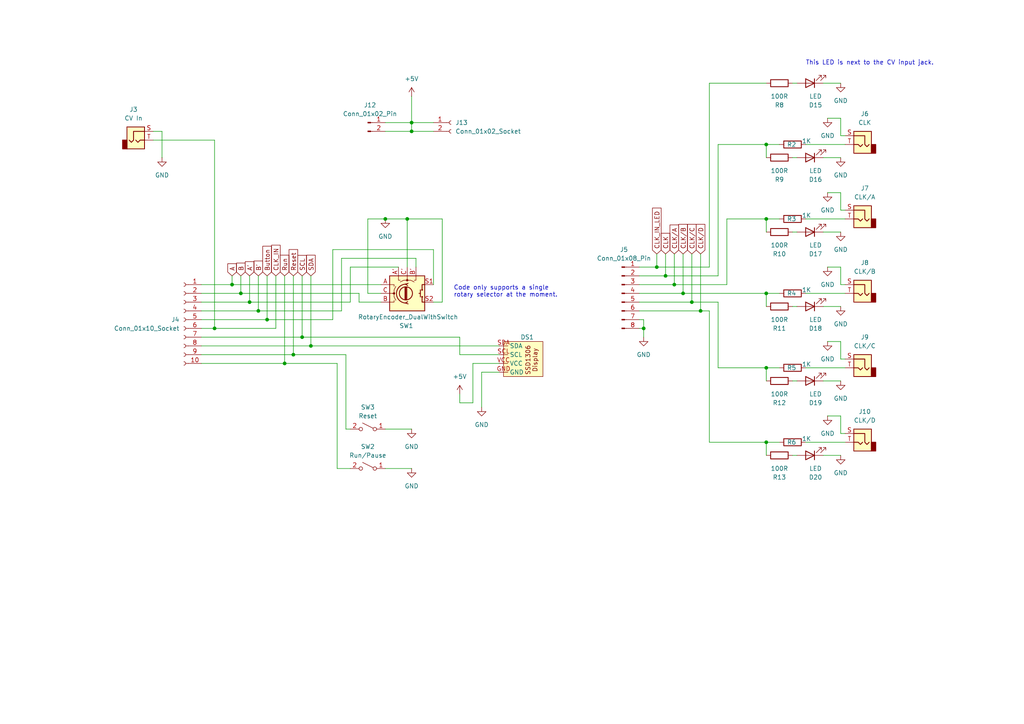
<source format=kicad_sch>
(kicad_sch (version 20250114) (generator "eeschema") (generator_version "9.0")
  (paper "A4")
  (lib_symbols
    (symbol "Connector:Conn_01x02_Pin" (pin_names (offset 1.016) (hide yes))
      (property "Reference" "J" (at 0 2.54 0))
      (property "Value" "Conn_01x02_Pin" (at 0 -5.08 0))
      (symbol "Conn_01x02_Pin_1_1"
        (rectangle (start 0.8636 0.127) (end 0 -0.127) (stroke (width 0.1524)) (fill (type outline)))
        (rectangle (start 0.8636 -2.413) (end 0 -2.667) (stroke (width 0.1524)) (fill (type outline)))
        (polyline (pts (xy 1.27 0) (xy 0.8636 0)) (stroke (width 0.1524)))
        (polyline (pts (xy 1.27 -2.54) (xy 0.8636 -2.54)) (stroke (width 0.1524)))
        (pin passive line (at 5.08 0 180) (length 3.81) (name "Pin_1") (number "1"))
        (pin passive line (at 5.08 -2.54 180) (length 3.81) (name "Pin_2") (number "2"))
      )
    )
    (symbol "Connector:Conn_01x02_Socket" (pin_names (offset 1.016) (hide yes))
      (property "Reference" "J" (at 0 2.54 0))
      (property "Value" "Conn_01x02_Socket" (at 0 -5.08 0))
      (symbol "Conn_01x02_Socket_1_1"
        (polyline (pts (xy -1.27 0) (xy -0.508 0)) (stroke (width 0.1524)))
        (polyline (pts (xy -1.27 -2.54) (xy -0.508 -2.54)) (stroke (width 0.1524)))
        (arc (start 0 -0.508) (mid -0.5058 0) (end 0 0.508) (stroke (width 0.1524)))
        (arc (start 0 -3.048) (mid -0.5058 -2.54) (end 0 -2.032) (stroke (width 0.1524)))
        (pin passive line (at -5.08 0 0) (length 3.81) (name "Pin_1") (number "1"))
        (pin passive line (at -5.08 -2.54 0) (length 3.81) (name "Pin_2") (number "2"))
      )
    )
    (symbol "Connector:Conn_01x08_Pin" (pin_names (offset 1.016) (hide yes))
      (property "Reference" "J" (at 0 10.16 0))
      (property "Value" "Conn_01x08_Pin" (at 0 -12.7 0))
      (symbol "Conn_01x08_Pin_1_1"
        (rectangle (start 0.8636 7.747) (end 0 7.493) (stroke (width 0.1524)) (fill (type outline)))
        (rectangle (start 0.8636 5.207) (end 0 4.953) (stroke (width 0.1524)) (fill (type outline)))
        (rectangle (start 0.8636 2.667) (end 0 2.413) (stroke (width 0.1524)) (fill (type outline)))
        (rectangle (start 0.8636 0.127) (end 0 -0.127) (stroke (width 0.1524)) (fill (type outline)))
        (rectangle (start 0.8636 -2.413) (end 0 -2.667) (stroke (width 0.1524)) (fill (type outline)))
        (rectangle (start 0.8636 -4.953) (end 0 -5.207) (stroke (width 0.1524)) (fill (type outline)))
        (rectangle (start 0.8636 -7.493) (end 0 -7.747) (stroke (width 0.1524)) (fill (type outline)))
        (rectangle (start 0.8636 -10.033) (end 0 -10.287) (stroke (width 0.1524)) (fill (type outline)))
        (polyline (pts (xy 1.27 7.62) (xy 0.8636 7.62)) (stroke (width 0.1524)))
        (polyline (pts (xy 1.27 5.08) (xy 0.8636 5.08)) (stroke (width 0.1524)))
        (polyline (pts (xy 1.27 2.54) (xy 0.8636 2.54)) (stroke (width 0.1524)))
        (polyline (pts (xy 1.27 0) (xy 0.8636 0)) (stroke (width 0.1524)))
        (polyline (pts (xy 1.27 -2.54) (xy 0.8636 -2.54)) (stroke (width 0.1524)))
        (polyline (pts (xy 1.27 -5.08) (xy 0.8636 -5.08)) (stroke (width 0.1524)))
        (polyline (pts (xy 1.27 -7.62) (xy 0.8636 -7.62)) (stroke (width 0.1524)))
        (polyline (pts (xy 1.27 -10.16) (xy 0.8636 -10.16)) (stroke (width 0.1524)))
        (pin passive line (at 5.08 7.62 180) (length 3.81) (name "Pin_1") (number "1"))
        (pin passive line (at 5.08 5.08 180) (length 3.81) (name "Pin_2") (number "2"))
        (pin passive line (at 5.08 2.54 180) (length 3.81) (name "Pin_3") (number "3"))
        (pin passive line (at 5.08 0 180) (length 3.81) (name "Pin_4") (number "4"))
        (pin passive line (at 5.08 -2.54 180) (length 3.81) (name "Pin_5") (number "5"))
        (pin passive line (at 5.08 -5.08 180) (length 3.81) (name "Pin_6") (number "6"))
        (pin passive line (at 5.08 -7.62 180) (length 3.81) (name "Pin_7") (number "7"))
        (pin passive line (at 5.08 -10.16 180) (length 3.81) (name "Pin_8") (number "8"))
      )
    )
    (symbol "Connector:Conn_01x10_Socket" (pin_names (offset 1.016) (hide yes))
      (property "Reference" "J" (at 0 12.7 0))
      (property "Value" "Conn_01x10_Socket" (at 0 -15.24 0))
      (symbol "Conn_01x10_Socket_1_1"
        (polyline (pts (xy -1.27 10.16) (xy -0.508 10.16)) (stroke (width 0.1524)))
        (polyline (pts (xy -1.27 7.62) (xy -0.508 7.62)) (stroke (width 0.1524)))
        (polyline (pts (xy -1.27 5.08) (xy -0.508 5.08)) (stroke (width 0.1524)))
        (polyline (pts (xy -1.27 2.54) (xy -0.508 2.54)) (stroke (width 0.1524)))
        (polyline (pts (xy -1.27 0) (xy -0.508 0)) (stroke (width 0.1524)))
        (polyline (pts (xy -1.27 -2.54) (xy -0.508 -2.54)) (stroke (width 0.1524)))
        (polyline (pts (xy -1.27 -5.08) (xy -0.508 -5.08)) (stroke (width 0.1524)))
        (polyline (pts (xy -1.27 -7.62) (xy -0.508 -7.62)) (stroke (width 0.1524)))
        (polyline (pts (xy -1.27 -10.16) (xy -0.508 -10.16)) (stroke (width 0.1524)))
        (polyline (pts (xy -1.27 -12.7) (xy -0.508 -12.7)) (stroke (width 0.1524)))
        (arc (start 0 9.652) (mid -0.5058 10.16) (end 0 10.668) (stroke (width 0.1524)))
        (arc (start 0 7.112) (mid -0.5058 7.62) (end 0 8.128) (stroke (width 0.1524)))
        (arc (start 0 4.572) (mid -0.5058 5.08) (end 0 5.588) (stroke (width 0.1524)))
        (arc (start 0 2.032) (mid -0.5058 2.54) (end 0 3.048) (stroke (width 0.1524)))
        (arc (start 0 -0.508) (mid -0.5058 0) (end 0 0.508) (stroke (width 0.1524)))
        (arc (start 0 -3.048) (mid -0.5058 -2.54) (end 0 -2.032) (stroke (width 0.1524)))
        (arc (start 0 -5.588) (mid -0.5058 -5.08) (end 0 -4.572) (stroke (width 0.1524)))
        (arc (start 0 -8.128) (mid -0.5058 -7.62) (end 0 -7.112) (stroke (width 0.1524)))
        (arc (start 0 -10.668) (mid -0.5058 -10.16) (end 0 -9.652) (stroke (width 0.1524)))
        (arc (start 0 -13.208) (mid -0.5058 -12.7) (end 0 -12.192) (stroke (width 0.1524)))
        (pin passive line (at -5.08 10.16 0) (length 3.81) (name "Pin_1") (number "1"))
        (pin passive line (at -5.08 7.62 0) (length 3.81) (name "Pin_2") (number "2"))
        (pin passive line (at -5.08 5.08 0) (length 3.81) (name "Pin_3") (number "3"))
        (pin passive line (at -5.08 2.54 0) (length 3.81) (name "Pin_4") (number "4"))
        (pin passive line (at -5.08 0 0) (length 3.81) (name "Pin_5") (number "5"))
        (pin passive line (at -5.08 -2.54 0) (length 3.81) (name "Pin_6") (number "6"))
        (pin passive line (at -5.08 -5.08 0) (length 3.81) (name "Pin_7") (number "7"))
        (pin passive line (at -5.08 -7.62 0) (length 3.81) (name "Pin_8") (number "8"))
        (pin passive line (at -5.08 -10.16 0) (length 3.81) (name "Pin_9") (number "9"))
        (pin passive line (at -5.08 -12.7 0) (length 3.81) (name "Pin_10") (number "10"))
      )
    )
    (symbol "Connector_Audio:AudioJack2"
      (property "Reference" "J" (at 0 8.89 0))
      (property "Value" "AudioJack2" (at 0 6.35 0))
      (symbol "AudioJack2_0_1"
        (rectangle (start -3.81 0) (end -2.54 -2.54) (stroke (width 0.254)) (fill (type outline)))
        (rectangle (start -2.54 3.81) (end 2.54 -2.54) (stroke (width 0.254)) (fill (type background)))
        (polyline (pts (xy 0 0) (xy 0.635 -0.635) (xy 1.27 0) (xy 2.54 0)) (stroke (width 0.254)))
        (polyline (pts (xy 2.54 2.54) (xy -0.635 2.54) (xy -0.635 0) (xy -1.27 -0.635) (xy -1.905 0)) (stroke (width 0.254)))
      )
      (symbol "AudioJack2_1_1"
        (pin passive line (at 5.08 2.54 180) (length 2.54) (name "~") (number "S"))
        (pin passive line (at 5.08 0 180) (length 2.54) (name "~") (number "T"))
      )
    )
    (symbol "Device:LED" (pin_numbers (hide yes)) (pin_names (offset 1.016) (hide yes))
      (property "Reference" "D" (at 0 2.54 0))
      (property "Value" "LED" (at 0 -2.54 0))
      (symbol "LED_0_1"
        (polyline (pts (xy -3.048 -0.762) (xy -4.572 -2.286) (xy -3.81 -2.286) (xy -4.572 -2.286) (xy -4.572 -1.524)))
        (polyline (pts (xy -1.778 -0.762) (xy -3.302 -2.286) (xy -2.54 -2.286) (xy -3.302 -2.286) (xy -3.302 -1.524)))
        (polyline (pts (xy -1.27 0) (xy 1.27 0)))
        (polyline (pts (xy -1.27 -1.27) (xy -1.27 1.27)) (stroke (width 0.254)))
        (polyline (pts (xy 1.27 -1.27) (xy 1.27 1.27) (xy -1.27 0) (xy 1.27 -1.27)) (stroke (width 0.254)))
      )
      (symbol "LED_1_1"
        (pin passive line (at -3.81 0 0) (length 2.54) (name "K") (number "1"))
        (pin passive line (at 3.81 0 180) (length 2.54) (name "A") (number "2"))
      )
    )
    (symbol "Device:R" (pin_numbers (hide yes)) (pin_names (offset 0))
      (property "Reference" "R" (at 2.032 0 90))
      (property "Value" "R" (at 0 0 90))
      (symbol "R_0_1"
        (rectangle (start -1.016 -2.54) (end 1.016 2.54) (stroke (width 0.254)))
      )
      (symbol "R_1_1"
        (pin passive line (at 0 3.81 270) (length 1.27) (name "~") (number "1"))
        (pin passive line (at 0 -3.81 90) (length 1.27) (name "~") (number "2"))
      )
    )
    (symbol "Displays:SSD1306 Module"
      (property "Reference" "DS1" (at -8.128 -2.54 0))
      (symbol "SSD1306 Module_1_1"
        (rectangle (start -12.7 8.89) (end -1.27 -1.27) (fill (type background)))
        (text "SSD1306\nDisplay" (at -9.398 4.064 900) (effects (font (size 1.27 1.27))))
        (pin power_out line (at 0 7.62 180) (length 2.54) (name "GND") (number "GND"))
        (pin power_in line (at 0 5.08 180) (length 2.54) (name "VCC") (number "VCC"))
        (pin bidirectional line (at 0 2.54 180) (length 2.54) (name "SCL") (number "SCL"))
        (pin bidirectional line (at 0 0 180) (length 2.54) (name "SDA") (number "SDA"))
      )
    )
    (symbol "Rotary Encoders:RotaryEncoder_DualWithSwitch" (pin_names (offset 0.254) (hide yes))
      (property "Reference" "SW" (at 0 -6.604 0))
      (property "Value" "RotaryEncoder_DualWithSwitch" (at 0 -8.89 0))
      (symbol "RotaryEncoder_DualWithSwitch_0_1"
        (rectangle (start -5.08 5.08) (end 5.08 -5.08) (stroke (width 0.254)) (fill (type background)))
        (polyline (pts (xy -5.08 2.54) (xy -3.81 2.54) (xy -3.81 2.032)))
        (polyline (pts (xy -5.08 0) (xy -3.81 0) (xy -3.81 -1.016) (xy -3.302 -2.032)))
        (polyline (pts (xy -5.08 -2.54) (xy -3.81 -2.54) (xy -3.81 -2.032)))
        (polyline (pts (xy -4.318 0) (xy -3.81 0) (xy -3.81 1.016) (xy -3.302 2.032)))
        (circle (center -3.81 0) (radius 0.254) (fill (type outline)))
        (polyline (pts (xy -2.54 5.08) (xy -2.54 3.81) (xy -2.032 3.81)))
        (polyline (pts (xy -0.635 -1.778) (xy -0.635 1.778)) (stroke (width 0.254)))
        (circle (center -0.381 0) (radius 1.905) (stroke (width 0.254)))
        (polyline (pts (xy -0.381 -1.778) (xy -0.381 1.778)) (stroke (width 0.254)))
        (arc (start -0.381 -2.794) (mid -3.0988 -0.0635) (end -0.381 2.667) (stroke (width 0.254)))
        (polyline (pts (xy -0.127 1.778) (xy -0.127 -1.778)) (stroke (width 0.254)))
        (polyline (pts (xy 0 5.08) (xy 0 3.81) (xy 1.016 3.81) (xy 2.032 3.302)))
        (polyline (pts (xy 0 4.318) (xy 0 3.81) (xy -1.016 3.81) (xy -2.032 3.302)))
        (circle (center 0 3.81) (radius 0.254) (fill (type outline)))
        (polyline (pts (xy 0.254 2.921) (xy -0.508 2.667) (xy 0.127 2.286)) (stroke (width 0.254)))
        (polyline (pts (xy 0.254 -3.048) (xy -0.508 -2.794) (xy 0.127 -2.413)) (stroke (width 0.254)))
        (polyline (pts (xy 2.54 5.08) (xy 2.54 3.81) (xy 2.032 3.81)))
        (polyline (pts (xy 3.81 1.016) (xy 3.81 -1.016)) (stroke (width 0.254)))
        (polyline (pts (xy 3.81 0) (xy 3.429 0)) (stroke (width 0.254)))
        (circle (center 4.318 1.016) (radius 0.127) (stroke (width 0.254)))
        (circle (center 4.318 -1.016) (radius 0.127) (stroke (width 0.254)))
        (polyline (pts (xy 5.08 2.54) (xy 4.318 2.54) (xy 4.318 1.016)) (stroke (width 0.254)))
        (polyline (pts (xy 5.08 -2.54) (xy 4.318 -2.54) (xy 4.318 -1.016)) (stroke (width 0.254)))
      )
      (symbol "RotaryEncoder_DualWithSwitch_1_1"
        (pin passive line (at -7.62 2.54 0) (length 2.54) (name "A") (number "A"))
        (pin passive line (at -7.62 0 0) (length 2.54) (name "C") (number "C"))
        (pin passive line (at -7.62 -2.54 0) (length 2.54) (name "B") (number "B"))
        (pin passive line (at -2.54 7.62 270) (length 2.54) (name "A'") (number "A'"))
        (pin passive line (at 0 7.62 270) (length 2.54) (name "C'") (number "C'"))
        (pin passive line (at 2.54 7.62 270) (length 2.54) (name "B'") (number "B'"))
        (pin passive line (at 7.62 2.54 180) (length 2.54) (name "S1") (number "S1"))
        (pin passive line (at 7.62 -2.54 180) (length 2.54) (name "S2") (number "S2"))
      )
    )
    (symbol "Switch:SW_SPST" (pin_names (offset 0) (hide yes))
      (property "Reference" "SW" (at 0 3.175 0))
      (property "Value" "SW_SPST" (at 0 -2.54 0))
      (symbol "SW_SPST_0_0"
        (circle (center -2.032 0) (radius 0.508))
        (polyline (pts (xy -1.524 0.254) (xy 1.524 1.778)))
        (circle (center 2.032 0) (radius 0.508))
      )
      (symbol "SW_SPST_1_1"
        (pin passive line (at -5.08 0 0) (length 2.54) (name "A") (number "1"))
        (pin passive line (at 5.08 0 180) (length 2.54) (name "B") (number "2"))
      )
    )
    (symbol "power:+5V" (power) (pin_numbers (hide yes)) (pin_names (offset 0) (hide yes))
      (property "Value" "+5V" (at 0 3.556 0))
      (symbol "+5V_0_1"
        (polyline (pts (xy -0.762 1.27) (xy 0 2.54)))
        (polyline (pts (xy 0 2.54) (xy 0.762 1.27)))
        (polyline (pts (xy 0 0) (xy 0 2.54)))
      )
      (symbol "+5V_1_1"
        (pin power_in line (at 0 0 90) (length 0) (name "~") (number "1"))
      )
    )
    (symbol "power:GND" (power) (pin_numbers (hide yes)) (pin_names (offset 0) (hide yes))
      (property "Value" "GND" (at 0 -3.81 0))
      (symbol "GND_0_1"
        (polyline (pts (xy 0 0) (xy 0 -1.27) (xy 1.27 -1.27) (xy 0 -2.54) (xy -1.27 -1.27) (xy 0 -1.27)))
      )
      (symbol "GND_1_1"
        (pin power_in line (at 0 0 270) (length 0) (name "~") (number "1"))
      )
    )
  )
  (text "Code only supports a single \nrotary selector at the moment." (at 131.572 84.582 0) (effects (font (size 1.27 1.27)) (justify left)))
  (text "This LED is next to the CV input jack." (at 233.68 18.288 0) (effects (font (size 1.27 1.27)) (justify left)))
  (junction (at 111.76 63.5))
  (junction (at 118.11 63.5))
  (junction (at 222.25 63.5))
  (junction (at 77.47 92.71))
  (junction (at 193.04 80.01))
  (junction (at 119.38 38.1))
  (junction (at 222.25 128.27))
  (junction (at 72.39 87.63))
  (junction (at 186.69 95.25))
  (junction (at 222.25 85.09))
  (junction (at 67.31 82.55))
  (junction (at 119.38 35.56))
  (junction (at 190.5 77.47))
  (junction (at 82.55 105.41))
  (junction (at 87.63 97.79))
  (junction (at 85.09 102.87))
  (junction (at 198.12 85.09))
  (junction (at 222.25 41.91))
  (junction (at 195.58 82.55))
  (junction (at 69.85 85.09))
  (junction (at 90.17 100.33))
  (junction (at 203.2 90.17))
  (junction (at 200.66 87.63))
  (junction (at 74.93 90.17))
  (junction (at 222.25 106.68))
  (junction (at 62.23 95.25))
  (wire (pts (xy 104.14 87.63) (xy 104.14 85.09)))
  (wire (pts (xy 101.6 124.46) (xy 100.33 124.46)))
  (wire (pts (xy 205.74 24.13) (xy 205.74 77.47)))
  (wire (pts (xy 243.84 24.13) (xy 238.76 24.13)))
  (wire (pts (xy 245.11 106.68) (xy 233.68 106.68)))
  (wire (pts (xy 208.28 87.63) (xy 200.66 87.63)))
  (wire (pts (xy 245.11 104.14) (xy 243.84 104.14)))
  (wire (pts (xy 198.12 73.66) (xy 198.12 85.09)))
  (wire (pts (xy 245.11 39.37) (xy 243.84 39.37)))
  (wire (pts (xy 243.84 99.06) (xy 243.84 104.14)))
  (wire (pts (xy 125.73 87.63) (xy 128.27 87.63)))
  (wire (pts (xy 190.5 77.47) (xy 185.42 77.47)))
  (wire (pts (xy 97.79 105.41) (xy 97.79 135.89)))
  (wire (pts (xy 58.42 102.87) (xy 85.09 102.87)))
  (wire (pts (xy 222.25 128.27) (xy 205.74 128.27)))
  (wire (pts (xy 58.42 95.25) (xy 62.23 95.25)))
  (wire (pts (xy 90.17 80.01) (xy 90.17 100.33)))
  (wire (pts (xy 203.2 73.66) (xy 203.2 90.17)))
  (wire (pts (xy 240.03 77.47) (xy 243.84 77.47)))
  (wire (pts (xy 243.84 132.08) (xy 238.76 132.08)))
  (wire (pts (xy 200.66 73.66) (xy 200.66 87.63)))
  (wire (pts (xy 243.84 55.88) (xy 243.84 60.96)))
  (wire (pts (xy 128.27 87.63) (xy 128.27 63.5)))
  (wire (pts (xy 77.47 92.71) (xy 96.52 92.71)))
  (wire (pts (xy 144.78 102.87) (xy 133.35 102.87)))
  (wire (pts (xy 133.35 116.84) (xy 137.16 116.84)))
  (wire (pts (xy 208.28 41.91) (xy 222.25 41.91)))
  (wire (pts (xy 208.28 106.68) (xy 208.28 87.63)))
  (wire (pts (xy 137.16 105.41) (xy 144.78 105.41)))
  (wire (pts (xy 208.28 80.01) (xy 208.28 41.91)))
  (wire (pts (xy 87.63 80.01) (xy 87.63 97.79)))
  (wire (pts (xy 190.5 73.66) (xy 190.5 77.47)))
  (wire (pts (xy 243.84 34.29) (xy 243.84 39.37)))
  (wire (pts (xy 106.68 85.09) (xy 106.68 63.5)))
  (wire (pts (xy 243.84 45.72) (xy 238.76 45.72)))
  (wire (pts (xy 226.06 63.5) (xy 222.25 63.5)))
  (wire (pts (xy 137.16 116.84) (xy 137.16 105.41)))
  (wire (pts (xy 72.39 87.63) (xy 58.42 87.63)))
  (wire (pts (xy 245.11 41.91) (xy 233.68 41.91)))
  (wire (pts (xy 200.66 87.63) (xy 185.42 87.63)))
  (wire (pts (xy 120.65 74.93) (xy 120.65 77.47)))
  (wire (pts (xy 222.25 41.91) (xy 222.25 45.72)))
  (wire (pts (xy 203.2 90.17) (xy 185.42 90.17)))
  (wire (pts (xy 226.06 85.09) (xy 222.25 85.09)))
  (wire (pts (xy 205.74 77.47) (xy 190.5 77.47)))
  (wire (pts (xy 110.49 85.09) (xy 106.68 85.09)))
  (wire (pts (xy 67.31 82.55) (xy 58.42 82.55)))
  (wire (pts (xy 72.39 87.63) (xy 101.6 87.63)))
  (wire (pts (xy 118.11 63.5) (xy 111.76 63.5)))
  (wire (pts (xy 185.42 92.71) (xy 186.69 92.71)))
  (wire (pts (xy 119.38 35.56) (xy 125.73 35.56)))
  (wire (pts (xy 195.58 82.55) (xy 210.82 82.55)))
  (wire (pts (xy 144.78 100.33) (xy 90.17 100.33)))
  (wire (pts (xy 243.84 110.49) (xy 238.76 110.49)))
  (wire (pts (xy 46.99 38.1) (xy 46.99 45.72)))
  (wire (pts (xy 80.01 80.01) (xy 80.01 95.25)))
  (wire (pts (xy 99.06 90.17) (xy 99.06 74.93)))
  (wire (pts (xy 101.6 87.63) (xy 101.6 77.47)))
  (wire (pts (xy 193.04 80.01) (xy 208.28 80.01)))
  (wire (pts (xy 119.38 35.56) (xy 119.38 38.1)))
  (wire (pts (xy 133.35 97.79) (xy 87.63 97.79)))
  (wire (pts (xy 72.39 80.01) (xy 72.39 87.63)))
  (wire (pts (xy 100.33 102.87) (xy 100.33 124.46)))
  (wire (pts (xy 240.03 55.88) (xy 243.84 55.88)))
  (wire (pts (xy 243.84 77.47) (xy 243.84 82.55)))
  (wire (pts (xy 133.35 114.3) (xy 133.35 116.84)))
  (wire (pts (xy 240.03 120.65) (xy 243.84 120.65)))
  (wire (pts (xy 231.14 45.72) (xy 229.87 45.72)))
  (wire (pts (xy 106.68 63.5) (xy 111.76 63.5)))
  (wire (pts (xy 210.82 82.55) (xy 210.82 63.5)))
  (wire (pts (xy 125.73 38.1) (xy 119.38 38.1)))
  (wire (pts (xy 195.58 73.66) (xy 195.58 82.55)))
  (wire (pts (xy 69.85 85.09) (xy 104.14 85.09)))
  (wire (pts (xy 62.23 40.64) (xy 62.23 95.25)))
  (wire (pts (xy 210.82 63.5) (xy 222.25 63.5)))
  (wire (pts (xy 231.14 24.13) (xy 229.87 24.13)))
  (wire (pts (xy 193.04 80.01) (xy 185.42 80.01)))
  (wire (pts (xy 245.11 125.73) (xy 243.84 125.73)))
  (wire (pts (xy 97.79 135.89) (xy 101.6 135.89)))
  (wire (pts (xy 205.74 24.13) (xy 222.25 24.13)))
  (wire (pts (xy 69.85 80.01) (xy 69.85 85.09)))
  (wire (pts (xy 186.69 92.71) (xy 186.69 95.25)))
  (wire (pts (xy 243.84 120.65) (xy 243.84 125.73)))
  (wire (pts (xy 231.14 132.08) (xy 229.87 132.08)))
  (wire (pts (xy 240.03 34.29) (xy 243.84 34.29)))
  (wire (pts (xy 85.09 80.01) (xy 85.09 102.87)))
  (wire (pts (xy 186.69 95.25) (xy 186.69 97.79)))
  (wire (pts (xy 111.76 35.56) (xy 119.38 35.56)))
  (wire (pts (xy 133.35 102.87) (xy 133.35 97.79)))
  (wire (pts (xy 243.84 88.9) (xy 238.76 88.9)))
  (wire (pts (xy 222.25 63.5) (xy 222.25 67.31)))
  (wire (pts (xy 82.55 105.41) (xy 97.79 105.41)))
  (wire (pts (xy 101.6 77.47) (xy 115.57 77.47)))
  (wire (pts (xy 245.11 128.27) (xy 233.68 128.27)))
  (wire (pts (xy 77.47 92.71) (xy 58.42 92.71)))
  (wire (pts (xy 111.76 38.1) (xy 119.38 38.1)))
  (wire (pts (xy 96.52 72.39) (xy 96.52 92.71)))
  (wire (pts (xy 118.11 63.5) (xy 118.11 77.47)))
  (wire (pts (xy 193.04 73.66) (xy 193.04 80.01)))
  (wire (pts (xy 74.93 90.17) (xy 99.06 90.17)))
  (wire (pts (xy 62.23 95.25) (xy 80.01 95.25)))
  (wire (pts (xy 222.25 106.68) (xy 208.28 106.68)))
  (wire (pts (xy 226.06 41.91) (xy 222.25 41.91)))
  (wire (pts (xy 74.93 80.01) (xy 74.93 90.17)))
  (wire (pts (xy 245.11 85.09) (xy 233.68 85.09)))
  (wire (pts (xy 44.45 40.64) (xy 62.23 40.64)))
  (wire (pts (xy 125.73 82.55) (xy 125.73 72.39)))
  (wire (pts (xy 231.14 88.9) (xy 229.87 88.9)))
  (wire (pts (xy 119.38 35.56) (xy 119.38 27.94)))
  (wire (pts (xy 205.74 90.17) (xy 203.2 90.17)))
  (wire (pts (xy 226.06 106.68) (xy 222.25 106.68)))
  (wire (pts (xy 58.42 100.33) (xy 90.17 100.33)))
  (wire (pts (xy 67.31 80.01) (xy 67.31 82.55)))
  (wire (pts (xy 119.38 124.46) (xy 111.76 124.46)))
  (wire (pts (xy 186.69 95.25) (xy 185.42 95.25)))
  (wire (pts (xy 69.85 85.09) (xy 58.42 85.09)))
  (wire (pts (xy 245.11 63.5) (xy 233.68 63.5)))
  (wire (pts (xy 222.25 128.27) (xy 222.25 132.08)))
  (wire (pts (xy 58.42 105.41) (xy 82.55 105.41)))
  (wire (pts (xy 85.09 102.87) (xy 100.33 102.87)))
  (wire (pts (xy 243.84 67.31) (xy 238.76 67.31)))
  (wire (pts (xy 82.55 80.01) (xy 82.55 105.41)))
  (wire (pts (xy 77.47 80.01) (xy 77.47 92.71)))
  (wire (pts (xy 226.06 128.27) (xy 222.25 128.27)))
  (wire (pts (xy 240.03 99.06) (xy 243.84 99.06)))
  (wire (pts (xy 119.38 135.89) (xy 111.76 135.89)))
  (wire (pts (xy 99.06 74.93) (xy 120.65 74.93)))
  (wire (pts (xy 128.27 63.5) (xy 118.11 63.5)))
  (wire (pts (xy 222.25 85.09) (xy 222.25 88.9)))
  (wire (pts (xy 198.12 85.09) (xy 222.25 85.09)))
  (wire (pts (xy 44.45 38.1) (xy 46.99 38.1)))
  (wire (pts (xy 58.42 97.79) (xy 87.63 97.79)))
  (wire (pts (xy 139.7 107.95) (xy 144.78 107.95)))
  (wire (pts (xy 222.25 106.68) (xy 222.25 110.49)))
  (wire (pts (xy 139.7 118.11) (xy 139.7 107.95)))
  (wire (pts (xy 245.11 60.96) (xy 243.84 60.96)))
  (wire (pts (xy 198.12 85.09) (xy 185.42 85.09)))
  (wire (pts (xy 205.74 128.27) (xy 205.74 90.17)))
  (wire (pts (xy 231.14 67.31) (xy 229.87 67.31)))
  (wire (pts (xy 231.14 110.49) (xy 229.87 110.49)))
  (wire (pts (xy 74.93 90.17) (xy 58.42 90.17)))
  (wire (pts (xy 67.31 82.55) (xy 110.49 82.55)))
  (wire (pts (xy 195.58 82.55) (xy 185.42 82.55)))
  (wire (pts (xy 110.49 87.63) (xy 104.14 87.63)))
  (wire (pts (xy 96.52 72.39) (xy 125.73 72.39)))
  (wire (pts (xy 245.11 82.55) (xy 243.84 82.55)))
  (global_label "Run" (shape input) (at 82.55 80.01 90) (property "Intersheetrefs" "${INTERSHEET_REFS}" (effects (hide yes))))
  (global_label "CLK{slash}A" (shape input) (at 195.58 73.66 90) (property "Intersheetrefs" "${INTERSHEET_REFS}" (effects (hide yes))))
  (global_label "CLK_IN" (shape input) (at 80.01 80.01 90) (property "Intersheetrefs" "${INTERSHEET_REFS}" (effects (hide yes))))
  (global_label "CLK{slash}D" (shape input) (at 203.2 73.66 90) (property "Intersheetrefs" "${INTERSHEET_REFS}" (effects (hide yes))))
  (global_label "Button" (shape input) (at 77.47 80.01 90) (property "Intersheetrefs" "${INTERSHEET_REFS}" (effects (hide yes))))
  (global_label "Reset" (shape input) (at 85.09 80.01 90) (property "Intersheetrefs" "${INTERSHEET_REFS}" (effects (hide yes))))
  (global_label "B'" (shape input) (at 74.93 80.01 90) (property "Intersheetrefs" "${INTERSHEET_REFS}" (effects (hide yes))))
  (global_label "SCL" (shape input) (at 87.63 80.01 90) (property "Intersheetrefs" "${INTERSHEET_REFS}" (effects (hide yes))))
  (global_label "B" (shape input) (at 69.85 80.01 90) (property "Intersheetrefs" "${INTERSHEET_REFS}" (effects (hide yes))))
  (global_label "CLK{slash}C" (shape input) (at 200.66 73.66 90) (property "Intersheetrefs" "${INTERSHEET_REFS}" (effects (hide yes))))
  (global_label "CLK" (shape input) (at 193.04 73.66 90) (property "Intersheetrefs" "${INTERSHEET_REFS}" (effects (hide yes))))
  (global_label "CLK{slash}B" (shape input) (at 198.12 73.66 90) (property "Intersheetrefs" "${INTERSHEET_REFS}" (effects (hide yes))))
  (global_label "A" (shape input) (at 67.31 80.01 90) (property "Intersheetrefs" "${INTERSHEET_REFS}" (effects (hide yes))))
  (global_label "CLK_IN_LED" (shape input) (at 190.5 73.66 90) (property "Intersheetrefs" "${INTERSHEET_REFS}" (effects (hide yes))))
  (global_label "A'" (shape input) (at 72.39 80.01 90) (property "Intersheetrefs" "${INTERSHEET_REFS}" (effects (hide yes))))
  (global_label "SDA" (shape input) (at 90.17 80.01 90) (property "Intersheetrefs" "${INTERSHEET_REFS}" (effects (hide yes))))
  (symbol (lib_id "Device:LED") (at 234.95 132.08 180) (unit 1)
    (property "Reference" "D20" (at 236.5375 138.43 0))
    (property "Value" "LED" (at 236.5375 135.89 0))
    (property "Footprint" "LED_THT:LED_D3.0mm_FlatTop" (effects (hide yes)))
    (property "Description" "Light emitting diode" (effects (hide yes)))
    (property "Sim.Pins" "1=K 2=A" (effects (hide yes)))
  )
  (symbol (lib_id "Connector_Audio:AudioJack2") (at 250.19 85.09 0) (mirror y) (unit 1)
    (property "Reference" "J8" (at 250.825 76.2 0))
    (property "Value" "CLK/B" (at 250.825 78.74 0))
    (property "Footprint" "Connector_Audio:Jack_3.5mm_QingPu_WQP-PJ398SM_Vertical_CircularHoles" (effects (hide yes)))
    (property "Description" "Audio Jack, 2 Poles (Mono / TS)" (effects (hide yes)))
  )
  (symbol (lib_id "Displays:SSD1306 Module") (at 144.78 100.33 180) (unit 1)
    (property "Reference" "DS1" (at 152.908 97.79 0))
    (property "Footprint" "Displays:SSD1306_0.96_I2C_Display" (effects (hide yes)))
  )
  (symbol (lib_id "Connector:Conn_01x10_Socket") (at 53.34 92.71 0) (mirror y) (unit 1)
    (property "Reference" "J4" (at 52.07 92.7099 0) (effects (justify left)))
    (property "Value" "Conn_01x10_Socket" (at 52.07 95.2499 0) (effects (justify left)))
    (property "Footprint" "Connector_PinSocket_2.54mm:PinSocket_1x10_P2.54mm_Vertical" (effects (hide yes)))
    (property "Description" "Generic connector, single row, 01x10, script generated" (effects (hide yes)))
  )
  (symbol (lib_id "Connector_Audio:AudioJack2") (at 250.19 41.91 0) (mirror y) (unit 1)
    (property "Reference" "J6" (at 250.825 33.02 0))
    (property "Value" "CLK" (at 250.825 35.56 0))
    (property "Footprint" "Connector_Audio:Jack_3.5mm_QingPu_WQP-PJ398SM_Vertical_CircularHoles" (effects (hide yes)))
    (property "Description" "Audio Jack, 2 Poles (Mono / TS)" (effects (hide yes)))
  )
  (symbol (lib_id "power:GND") (at 243.84 67.31 0) (mirror y) (unit 1)
    (property "Reference" "#PWR026" (effects (hide yes)))
    (property "Value" "GND" (at 243.84 72.39 0))
    (property "Description" "Power symbol creates a global label with name \"GND\" , ground" (effects (hide yes)))
  )
  (symbol (lib_id "Connector_Audio:AudioJack2") (at 250.19 106.68 0) (mirror y) (unit 1)
    (property "Reference" "J9" (at 250.825 97.79 0))
    (property "Value" "CLK/C" (at 250.825 100.33 0))
    (property "Footprint" "Connector_Audio:Jack_3.5mm_QingPu_WQP-PJ398SM_Vertical_CircularHoles" (effects (hide yes)))
    (property "Description" "Audio Jack, 2 Poles (Mono / TS)" (effects (hide yes)))
  )
  (symbol (lib_id "Device:R") (at 226.06 45.72 270) (unit 1)
    (property "Reference" "R9" (at 226.06 52.07 90))
    (property "Value" "100R" (at 226.06 49.53 90))
    (property "Footprint" "Resistor_THT:R_Axial_DIN0204_L3.6mm_D1.6mm_P2.54mm_Vertical" (effects (hide yes)))
    (property "Description" "Resistor" (effects (hide yes)))
  )
  (symbol (lib_id "Connector:Conn_01x02_Pin") (at 106.68 35.56 0) (unit 1)
    (property "Reference" "J12" (at 107.315 30.48 0))
    (property "Value" "Conn_01x02_Pin" (at 107.315 33.02 0))
    (property "Footprint" "Connector_PinHeader_2.54mm:PinHeader_1x02_P2.54mm_Vertical" (effects (hide yes)))
    (property "Description" "Generic connector, single row, 01x02, script generated" (effects (hide yes)))
  )
  (symbol (lib_id "power:GND") (at 243.84 132.08 0) (mirror y) (unit 1)
    (property "Reference" "#PWR029" (effects (hide yes)))
    (property "Value" "GND" (at 243.84 137.16 0))
    (property "Description" "Power symbol creates a global label with name \"GND\" , ground" (effects (hide yes)))
  )
  (symbol (lib_id "Switch:SW_SPST") (at 106.68 135.89 0) (mirror y) (unit 1)
    (property "Reference" "SW2" (at 106.68 129.54 0))
    (property "Value" "Run/Pause" (at 106.68 132.08 0))
    (property "Footprint" "Button_Switch_THT:SW_PUSH_6mm_H4.3mm" (effects (hide yes)))
    (property "Description" "Single Pole Single Throw (SPST) switch" (effects (hide yes)))
  )
  (symbol (lib_id "power:+5V") (at 133.35 114.3 0) (unit 1)
    (property "Reference" "#PWR014" (effects (hide yes)))
    (property "Value" "+5V" (at 133.35 109.22 0))
    (property "Description" "Power symbol creates a global label with name \"+5V\"" (effects (hide yes)))
  )
  (symbol (lib_id "power:GND") (at 111.76 63.5 0) (mirror y) (unit 1)
    (property "Reference" "#PWR015" (effects (hide yes)))
    (property "Value" "GND" (at 111.76 68.58 0))
    (property "Description" "Power symbol creates a global label with name \"GND\" , ground" (effects (hide yes)))
  )
  (symbol (lib_id "Device:LED") (at 234.95 24.13 180) (unit 1)
    (property "Reference" "D15" (at 236.5375 30.48 0))
    (property "Value" "LED" (at 236.5375 27.94 0))
    (property "Footprint" "LED_THT:LED_D3.0mm_FlatTop" (effects (hide yes)))
    (property "Description" "Light emitting diode" (effects (hide yes)))
    (property "Sim.Pins" "1=K 2=A" (effects (hide yes)))
  )
  (symbol (lib_id "Rotary Encoders:RotaryEncoder_DualWithSwitch") (at 118.11 85.09 0) (unit 1)
    (property "Reference" "SW1" (at 117.856 94.488 0))
    (property "Value" "RotaryEncoder_DualWithSwitch" (at 118.364 91.948 0))
    (property "Footprint" "Rotary Encoders:RotaryEncoder_Vertical_H25mm_Dual_PushButton" (effects (hide yes)))
    (property "Description" "Rotary encoder, dual channel, incremental quadrate outputs, with switch" (effects (hide yes)))
  )
  (symbol (lib_id "Connector:Conn_01x08_Pin") (at 180.34 85.09 0) (unit 1)
    (property "Reference" "J5" (at 180.975 72.39 0))
    (property "Value" "Conn_01x08_Pin" (at 180.975 74.93 0))
    (property "Footprint" "Connector_PinSocket_2.54mm:PinSocket_1x08_P2.54mm_Vertical" (effects (hide yes)))
    (property "Description" "Generic connector, single row, 01x08, script generated" (effects (hide yes)))
  )
  (symbol (lib_id "power:GND") (at 240.03 99.06 0) (mirror y) (unit 1)
    (property "Reference" "#PWR022" (effects (hide yes)))
    (property "Value" "GND" (at 240.03 104.14 0))
    (property "Description" "Power symbol creates a global label with name \"GND\" , ground" (effects (hide yes)))
  )
  (symbol (lib_id "Device:LED") (at 234.95 110.49 180) (unit 1)
    (property "Reference" "D19" (at 236.5375 116.84 0))
    (property "Value" "LED" (at 236.5375 114.3 0))
    (property "Footprint" "LED_THT:LED_D3.0mm_FlatTop" (effects (hide yes)))
    (property "Description" "Light emitting diode" (effects (hide yes)))
    (property "Sim.Pins" "1=K 2=A" (effects (hide yes)))
  )
  (symbol (lib_id "power:GND") (at 186.69 97.79 0) (unit 1)
    (property "Reference" "#PWR018" (effects (hide yes)))
    (property "Value" "GND" (at 186.69 102.87 0))
    (property "Description" "Power symbol creates a global label with name \"GND\" , ground" (effects (hide yes)))
  )
  (symbol (lib_id "Connector_Audio:AudioJack2") (at 250.19 128.27 0) (mirror y) (unit 1)
    (property "Reference" "J10" (at 250.825 119.38 0))
    (property "Value" "CLK/D" (at 250.825 121.92 0))
    (property "Footprint" "Connector_Audio:Jack_3.5mm_QingPu_WQP-PJ398SM_Vertical_CircularHoles" (effects (hide yes)))
    (property "Description" "Audio Jack, 2 Poles (Mono / TS)" (effects (hide yes)))
  )
  (symbol (lib_id "power:+5V") (at 119.38 27.94 0) (unit 1)
    (property "Reference" "#PWR035" (effects (hide yes)))
    (property "Value" "+5V" (at 119.38 22.86 0))
    (property "Description" "Power symbol creates a global label with name \"+5V\"" (effects (hide yes)))
  )
  (symbol (lib_id "power:GND") (at 119.38 124.46 0) (unit 1)
    (property "Reference" "#PWR017" (effects (hide yes)))
    (property "Value" "GND" (at 119.38 129.54 0))
    (property "Description" "Power symbol creates a global label with name \"GND\" , ground" (effects (hide yes)))
  )
  (symbol (lib_id "Device:R") (at 229.87 106.68 90) (unit 1)
    (property "Reference" "R5" (at 229.616 106.68 90))
    (property "Value" "1K" (at 233.934 105.664 90))
    (property "Footprint" "Resistor_THT:R_Axial_DIN0204_L3.6mm_D1.6mm_P2.54mm_Vertical" (effects (hide yes)))
    (property "Description" "Resistor" (effects (hide yes)))
  )
  (symbol (lib_id "power:GND") (at 240.03 120.65 0) (mirror y) (unit 1)
    (property "Reference" "#PWR023" (effects (hide yes)))
    (property "Value" "GND" (at 240.03 125.73 0))
    (property "Description" "Power symbol creates a global label with name \"GND\" , ground" (effects (hide yes)))
  )
  (symbol (lib_id "power:GND") (at 240.03 34.29 0) (mirror y) (unit 1)
    (property "Reference" "#PWR019" (effects (hide yes)))
    (property "Value" "GND" (at 240.03 39.37 0))
    (property "Description" "Power symbol creates a global label with name \"GND\" , ground" (effects (hide yes)))
  )
  (symbol (lib_id "power:GND") (at 243.84 88.9 0) (mirror y) (unit 1)
    (property "Reference" "#PWR027" (effects (hide yes)))
    (property "Value" "GND" (at 243.84 93.98 0))
    (property "Description" "Power symbol creates a global label with name \"GND\" , ground" (effects (hide yes)))
  )
  (symbol (lib_id "Connector_Audio:AudioJack2") (at 39.37 40.64 0) (unit 1)
    (property "Reference" "J3" (at 38.735 31.75 0))
    (property "Value" "CV In" (at 38.735 34.29 0))
    (property "Footprint" "Connector_Audio:Jack_3.5mm_QingPu_WQP-PJ398SM_Vertical_CircularHoles" (effects (hide yes)))
    (property "Description" "Audio Jack, 2 Poles (Mono / TS)" (effects (hide yes)))
  )
  (symbol (lib_id "Device:R") (at 229.87 41.91 90) (unit 1)
    (property "Reference" "R2" (at 229.616 41.91 90))
    (property "Value" "1K" (at 233.934 40.894 90))
    (property "Footprint" "Resistor_THT:R_Axial_DIN0204_L3.6mm_D1.6mm_P2.54mm_Vertical" (effects (hide yes)))
    (property "Description" "Resistor" (effects (hide yes)))
  )
  (symbol (lib_id "Device:LED") (at 234.95 88.9 180) (unit 1)
    (property "Reference" "D18" (at 236.5375 95.25 0))
    (property "Value" "LED" (at 236.5375 92.71 0))
    (property "Footprint" "LED_THT:LED_D3.0mm_FlatTop" (effects (hide yes)))
    (property "Description" "Light emitting diode" (effects (hide yes)))
    (property "Sim.Pins" "1=K 2=A" (effects (hide yes)))
  )
  (symbol (lib_id "Device:R") (at 226.06 24.13 270) (unit 1)
    (property "Reference" "R8" (at 226.06 30.48 90))
    (property "Value" "100R" (at 226.06 27.94 90))
    (property "Footprint" "Resistor_THT:R_Axial_DIN0204_L3.6mm_D1.6mm_P2.54mm_Vertical" (effects (hide yes)))
    (property "Description" "Resistor" (effects (hide yes)))
  )
  (symbol (lib_id "power:GND") (at 243.84 45.72 0) (mirror y) (unit 1)
    (property "Reference" "#PWR025" (effects (hide yes)))
    (property "Value" "GND" (at 243.84 50.8 0))
    (property "Description" "Power symbol creates a global label with name \"GND\" , ground" (effects (hide yes)))
  )
  (symbol (lib_id "Connector:Conn_01x02_Socket") (at 130.81 35.56 0) (unit 1)
    (property "Reference" "J13" (at 132.08 35.5599 0) (effects (justify left)))
    (property "Value" "Conn_01x02_Socket" (at 132.08 38.0999 0) (effects (justify left)))
    (property "Footprint" "Connector_PinSocket_2.54mm:PinSocket_1x02_P2.54mm_Vertical" (effects (hide yes)))
    (property "Description" "Generic connector, single row, 01x02, script generated" (effects (hide yes)))
  )
  (symbol (lib_id "power:GND") (at 243.84 24.13 0) (mirror y) (unit 1)
    (property "Reference" "#PWR024" (effects (hide yes)))
    (property "Value" "GND" (at 243.84 29.21 0))
    (property "Description" "Power symbol creates a global label with name \"GND\" , ground" (effects (hide yes)))
  )
  (symbol (lib_id "Device:R") (at 226.06 110.49 270) (unit 1)
    (property "Reference" "R12" (at 226.06 116.84 90))
    (property "Value" "100R" (at 226.06 114.3 90))
    (property "Footprint" "Resistor_THT:R_Axial_DIN0204_L3.6mm_D1.6mm_P2.54mm_Vertical" (effects (hide yes)))
    (property "Description" "Resistor" (effects (hide yes)))
  )
  (symbol (lib_id "Device:R") (at 229.87 128.27 90) (unit 1)
    (property "Reference" "R6" (at 229.616 128.27 90))
    (property "Value" "1K" (at 233.934 127.254 90))
    (property "Footprint" "Resistor_THT:R_Axial_DIN0204_L3.6mm_D1.6mm_P2.54mm_Vertical" (effects (hide yes)))
    (property "Description" "Resistor" (effects (hide yes)))
  )
  (symbol (lib_id "Device:LED") (at 234.95 45.72 180) (unit 1)
    (property "Reference" "D16" (at 236.5375 52.07 0))
    (property "Value" "LED" (at 236.5375 49.53 0))
    (property "Footprint" "LED_THT:LED_D3.0mm_FlatTop" (effects (hide yes)))
    (property "Description" "Light emitting diode" (effects (hide yes)))
    (property "Sim.Pins" "1=K 2=A" (effects (hide yes)))
  )
  (symbol (lib_id "Device:LED") (at 234.95 67.31 180) (unit 1)
    (property "Reference" "D17" (at 236.5375 73.66 0))
    (property "Value" "LED" (at 236.5375 71.12 0))
    (property "Footprint" "LED_THT:LED_D3.0mm_FlatTop" (effects (hide yes)))
    (property "Description" "Light emitting diode" (effects (hide yes)))
    (property "Sim.Pins" "1=K 2=A" (effects (hide yes)))
  )
  (symbol (lib_id "Device:R") (at 226.06 132.08 270) (unit 1)
    (property "Reference" "R13" (at 226.06 138.43 90))
    (property "Value" "100R" (at 226.06 135.89 90))
    (property "Footprint" "Resistor_THT:R_Axial_DIN0204_L3.6mm_D1.6mm_P2.54mm_Vertical" (effects (hide yes)))
    (property "Description" "Resistor" (effects (hide yes)))
  )
  (symbol (lib_id "power:GND") (at 139.7 118.11 0) (unit 1)
    (property "Reference" "#PWR013" (effects (hide yes)))
    (property "Value" "GND" (at 139.7 123.19 0))
    (property "Description" "Power symbol creates a global label with name \"GND\" , ground" (effects (hide yes)))
  )
  (symbol (lib_id "power:GND") (at 240.03 77.47 0) (mirror y) (unit 1)
    (property "Reference" "#PWR021" (effects (hide yes)))
    (property "Value" "GND" (at 240.03 82.55 0))
    (property "Description" "Power symbol creates a global label with name \"GND\" , ground" (effects (hide yes)))
  )
  (symbol (lib_id "Connector_Audio:AudioJack2") (at 250.19 63.5 0) (mirror y) (unit 1)
    (property "Reference" "J7" (at 250.825 54.61 0))
    (property "Value" "CLK/A" (at 250.825 57.15 0))
    (property "Footprint" "Connector_Audio:Jack_3.5mm_QingPu_WQP-PJ398SM_Vertical_CircularHoles" (effects (hide yes)))
    (property "Description" "Audio Jack, 2 Poles (Mono / TS)" (effects (hide yes)))
  )
  (symbol (lib_id "power:GND") (at 243.84 110.49 0) (mirror y) (unit 1)
    (property "Reference" "#PWR028" (effects (hide yes)))
    (property "Value" "GND" (at 243.84 115.57 0))
    (property "Description" "Power symbol creates a global label with name \"GND\" , ground" (effects (hide yes)))
  )
  (symbol (lib_id "power:GND") (at 46.99 45.72 0) (mirror y) (unit 1)
    (property "Reference" "#PWR012" (effects (hide yes)))
    (property "Value" "GND" (at 46.99 50.8 0))
    (property "Description" "Power symbol creates a global label with name \"GND\" , ground" (effects (hide yes)))
  )
  (symbol (lib_id "Device:R") (at 226.06 88.9 270) (unit 1)
    (property "Reference" "R11" (at 226.06 95.25 90))
    (property "Value" "100R" (at 226.06 92.71 90))
    (property "Footprint" "Resistor_THT:R_Axial_DIN0204_L3.6mm_D1.6mm_P2.54mm_Vertical" (effects (hide yes)))
    (property "Description" "Resistor" (effects (hide yes)))
  )
  (symbol (lib_id "Device:R") (at 229.87 63.5 90) (unit 1)
    (property "Reference" "R3" (at 229.616 63.5 90))
    (property "Value" "1K" (at 233.934 62.484 90))
    (property "Footprint" "Resistor_THT:R_Axial_DIN0204_L3.6mm_D1.6mm_P2.54mm_Vertical" (effects (hide yes)))
    (property "Description" "Resistor" (effects (hide yes)))
  )
  (symbol (lib_id "Device:R") (at 226.06 67.31 270) (unit 1)
    (property "Reference" "R10" (at 226.06 73.66 90))
    (property "Value" "100R" (at 226.06 71.12 90))
    (property "Footprint" "Resistor_THT:R_Axial_DIN0204_L3.6mm_D1.6mm_P2.54mm_Vertical" (effects (hide yes)))
    (property "Description" "Resistor" (effects (hide yes)))
  )
  (symbol (lib_id "Switch:SW_SPST") (at 106.68 124.46 0) (mirror y) (unit 1)
    (property "Reference" "SW3" (at 106.68 118.11 0))
    (property "Value" "Reset" (at 106.68 120.65 0))
    (property "Footprint" "Button_Switch_THT:SW_PUSH_6mm_H4.3mm" (effects (hide yes)))
    (property "Description" "Single Pole Single Throw (SPST) switch" (effects (hide yes)))
  )
  (symbol (lib_id "power:GND") (at 240.03 55.88 0) (mirror y) (unit 1)
    (property "Reference" "#PWR020" (effects (hide yes)))
    (property "Value" "GND" (at 240.03 60.96 0))
    (property "Description" "Power symbol creates a global label with name \"GND\" , ground" (effects (hide yes)))
  )
  (symbol (lib_id "Device:R") (at 229.87 85.09 90) (unit 1)
    (property "Reference" "R4" (at 229.616 85.09 90))
    (property "Value" "1K" (at 233.934 84.074 90))
    (property "Footprint" "Resistor_THT:R_Axial_DIN0204_L3.6mm_D1.6mm_P2.54mm_Vertical" (effects (hide yes)))
    (property "Description" "Resistor" (effects (hide yes)))
  )
  (symbol (lib_id "power:GND") (at 119.38 135.89 0) (unit 1)
    (property "Reference" "#PWR016" (effects (hide yes)))
    (property "Value" "GND" (at 119.38 140.97 0))
    (property "Description" "Power symbol creates a global label with name \"GND\" , ground" (effects (hide yes)))
  )
)
</source>
